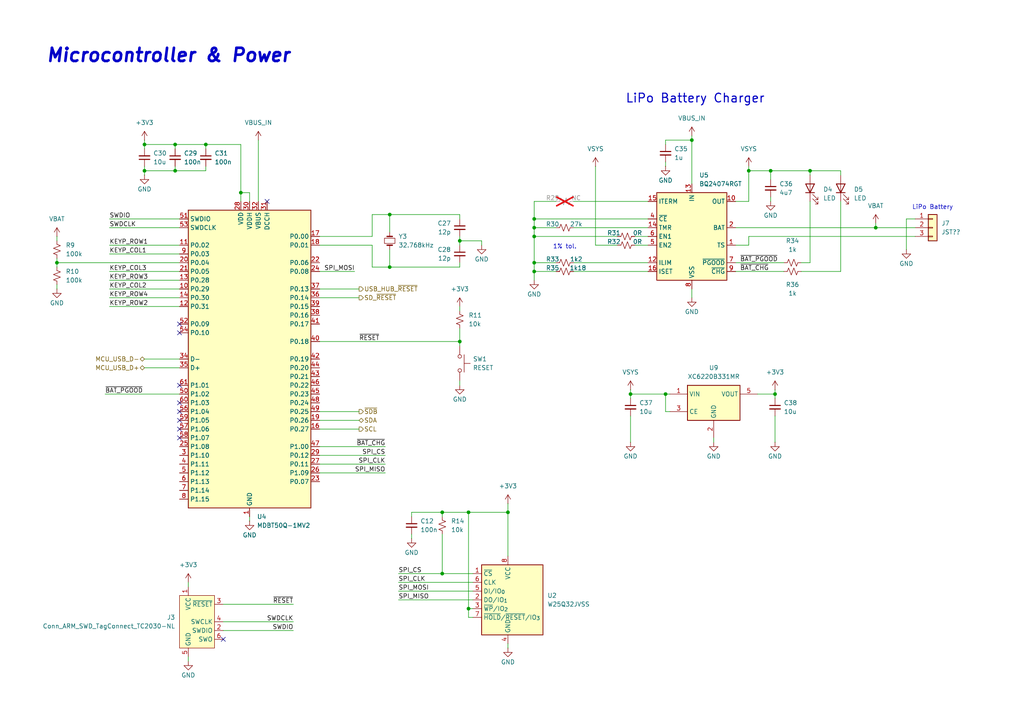
<source format=kicad_sch>
(kicad_sch (version 20250114) (generator "eeschema") (generator_version "9.0")
  (paper "A4")
  (title_block (title "Bluetooth Keypad and USB Hub") (date "2025-12-13") (rev "0") (company "B. Kuhn"))
  (lib_symbols
    (symbol "Battery_Management:BQ24074RGT"
      (property "Reference" "U" (at -8.89 13.97 0))
      (property "Value" "BQ24074RGT" (at 16.51 13.97 0))
      (symbol "BQ24074RGT_0_1"
        (rectangle (start -10.16 12.7) (end 10.16 -12.7) (stroke (width 0.254)) (fill (type background)))
      )
      (symbol "BQ24074RGT_1_1"
        (pin input line (at -12.7 10.16 0) (length 2.54) (name "ITERM") (number "15"))
        (pin input line (at -12.7 5.08 0) (length 2.54) (name "~{CE}") (number "4"))
        (pin input line (at -12.7 2.54 0) (length 2.54) (name "TMR") (number "14"))
        (pin input line (at -12.7 0 0) (length 2.54) (name "EN1") (number "6"))
        (pin input line (at -12.7 -2.54 0) (length 2.54) (name "EN2") (number "5"))
        (pin passive line (at -12.7 -7.62 0) (length 2.54) (name "ILIM") (number "12"))
        (pin passive line (at -12.7 -10.16 0) (length 2.54) (name "ISET") (number "16"))
        (pin power_in line (at 0 15.24 270) (length 2.54) (name "IN") (number "13"))
        (pin passive line (at 0 -15.24 90) (length 2.54) (hide yes) (name "VSS") (number "17"))
        (pin power_in line (at 0 -15.24 90) (length 2.54) (name "VSS") (number "8"))
        (pin power_out line (at 12.7 10.16 180) (length 2.54) (name "OUT") (number "10"))
        (pin passive line (at 12.7 10.16 180) (length 2.54) (hide yes) (name "OUT") (number "11"))
        (pin power_out line (at 12.7 2.54 180) (length 2.54) (name "BAT") (number "2"))
        (pin passive line (at 12.7 2.54 180) (length 2.54) (hide yes) (name "BAT") (number "3"))
        (pin passive line (at 12.7 -2.54 180) (length 2.54) (name "TS") (number "1"))
        (pin open_collector line (at 12.7 -7.62 180) (length 2.54) (name "~{PGOOD}") (number "7"))
        (pin open_collector line (at 12.7 -10.16 180) (length 2.54) (name "~{CHG}") (number "9"))
      )
    )
    (symbol "Connector:Conn_ARM_SWD_TagConnect_TC2030-NL" (in_bom no)
      (property "Reference" "J" (at 2.54 11.43 0))
      (property "Value" "Conn_ARM_SWD_TagConnect_TC2030-NL" (at 2.54 8.89 0))
      (symbol "Conn_ARM_SWD_TagConnect_TC2030-NL_0_0"
        (pin power_in line (at -2.54 10.16 270) (length 2.54) (name "VCC") (number "1"))
        (pin power_in line (at -2.54 -10.16 90) (length 2.54) (name "GND") (number "5"))
        (pin open_collector line (at 7.62 5.08 180) (length 2.54) (name "~{RESET}") (number "3"))
        (pin output line (at 7.62 0 180) (length 2.54) (name "SWCLK") (number "4"))
        (pin bidirectional line (at 7.62 -2.54 180) (length 2.54) (name "SWDIO") (number "2"))
        (pin input line (at 7.62 -5.08 180) (length 2.54) (name "SWO") (number "6"))
      )
      (symbol "Conn_ARM_SWD_TagConnect_TC2030-NL_0_1"
        (rectangle (start -5.08 7.62) (end 5.08 -7.62) (fill (type background)))
      )
    )
    (symbol "Connector_Generic:Conn_01x03" (pin_names (offset 1.016) (hide yes))
      (property "Reference" "J" (at 0 5.08 0))
      (property "Value" "Conn_01x03" (at 0 -5.08 0))
      (symbol "Conn_01x03_1_1"
        (rectangle (start -1.27 3.81) (end 1.27 -3.81) (stroke (width 0.254)) (fill (type background)))
        (rectangle (start -1.27 2.667) (end 0 2.413) (stroke (width 0.1524)))
        (rectangle (start -1.27 0.127) (end 0 -0.127) (stroke (width 0.1524)))
        (rectangle (start -1.27 -2.413) (end 0 -2.667) (stroke (width 0.1524)))
        (pin passive line (at -5.08 2.54 0) (length 3.81) (name "Pin_1") (number "1"))
        (pin passive line (at -5.08 0 0) (length 3.81) (name "Pin_2") (number "2"))
        (pin passive line (at -5.08 -2.54 0) (length 3.81) (name "Pin_3") (number "3"))
      )
    )
    (symbol "Device:C_Small" (pin_numbers (hide yes)) (pin_names (offset 0.254) (hide yes))
      (property "Reference" "C" (at 0.254 1.778 0))
      (property "Value" "C_Small" (at 0.254 -2.032 0))
      (symbol "C_Small_0_1"
        (polyline (pts (xy -1.524 0.508) (xy 1.524 0.508)) (stroke (width 0.3048)))
        (polyline (pts (xy -1.524 -0.508) (xy 1.524 -0.508)) (stroke (width 0.3302)))
      )
      (symbol "C_Small_1_1"
        (pin passive line (at 0 2.54 270) (length 2.032) (name "~") (number "1"))
        (pin passive line (at 0 -2.54 90) (length 2.032) (name "~") (number "2"))
      )
    )
    (symbol "Device:Crystal_Small" (pin_numbers (hide yes)) (pin_names (offset 1.016) (hide yes))
      (property "Reference" "Y" (at 0 2.54 0))
      (property "Value" "Crystal_Small" (at 0 -2.54 0))
      (symbol "Crystal_Small_0_1"
        (polyline (pts (xy -1.27 -0.762) (xy -1.27 0.762)) (stroke (width 0.381)))
        (rectangle (start -0.762 -1.524) (end 0.762 1.524))
        (polyline (pts (xy 1.27 -0.762) (xy 1.27 0.762)) (stroke (width 0.381)))
      )
      (symbol "Crystal_Small_1_1"
        (pin passive line (at -2.54 0 0) (length 1.27) (name "1") (number "1"))
        (pin passive line (at 2.54 0 180) (length 1.27) (name "2") (number "2"))
      )
    )
    (symbol "Device:LED" (pin_numbers (hide yes)) (pin_names (offset 1.016) (hide yes))
      (property "Reference" "D" (at 0 2.54 0))
      (property "Value" "LED" (at 0 -2.54 0))
      (symbol "LED_0_1"
        (polyline (pts (xy -3.048 -0.762) (xy -4.572 -2.286) (xy -3.81 -2.286) (xy -4.572 -2.286) (xy -4.572 -1.524)))
        (polyline (pts (xy -1.778 -0.762) (xy -3.302 -2.286) (xy -2.54 -2.286) (xy -3.302 -2.286) (xy -3.302 -1.524)))
        (polyline (pts (xy -1.27 0) (xy 1.27 0)))
        (polyline (pts (xy -1.27 -1.27) (xy -1.27 1.27)) (stroke (width 0.254)))
        (polyline (pts (xy 1.27 -1.27) (xy 1.27 1.27) (xy -1.27 0) (xy 1.27 -1.27)) (stroke (width 0.254)))
      )
      (symbol "LED_1_1"
        (pin passive line (at -3.81 0 0) (length 2.54) (name "K") (number "1"))
        (pin passive line (at 3.81 0 180) (length 2.54) (name "A") (number "2"))
      )
    )
    (symbol "Device:R_Small_US" (pin_numbers (hide yes)) (pin_names (offset 0.254) (hide yes))
      (property "Reference" "R" (at 0.762 0.508 0))
      (property "Value" "R_Small_US" (at 0.762 -1.016 0))
      (symbol "R_Small_US_1_1"
        (polyline (pts (xy 0 1.524) (xy 1.016 1.143) (xy 0 0.762) (xy -1.016 0.381) (xy 0 0)))
        (polyline (pts (xy 0 0) (xy 1.016 -0.381) (xy 0 -0.762) (xy -1.016 -1.143) (xy 0 -1.524)))
        (pin passive line (at 0 2.54 270) (length 1.016) (name "~") (number "1"))
        (pin passive line (at 0 -2.54 90) (length 1.016) (name "~") (number "2"))
      )
    )
    (symbol "Memory_Flash:W25Q32JVSS"
      (property "Reference" "U" (at -6.35 11.43 0))
      (property "Value" "W25Q32JVSS" (at 7.62 11.43 0))
      (symbol "W25Q32JVSS_0_1"
        (rectangle (start -7.62 10.16) (end 10.16 -10.16) (stroke (width 0.254)) (fill (type background)))
      )
      (symbol "W25Q32JVSS_1_1"
        (pin input line (at -10.16 7.62 0) (length 2.54) (name "~{CS}") (number "1"))
        (pin input line (at -10.16 5.08 0) (length 2.54) (name "CLK") (number "6"))
        (pin bidirectional line (at -10.16 2.54 0) (length 2.54) (name "DI/IO_{0}") (number "5"))
        (pin bidirectional line (at -10.16 0 0) (length 2.54) (name "DO/IO_{1}") (number "2"))
        (pin bidirectional line (at -10.16 -2.54 0) (length 2.54) (name "~{WP}/IO_{2}") (number "3"))
        (pin bidirectional line (at -10.16 -5.08 0) (length 2.54) (name "~{HOLD}/~{RESET}/IO_{3}") (number "7"))
        (pin power_in line (at 0 12.7 270) (length 2.54) (name "VCC") (number "8"))
        (pin power_in line (at 0 -12.7 90) (length 2.54) (name "GND") (number "4"))
      )
    )
    (symbol "RF_Module:MDBT50Q-1MV2"
      (property "Reference" "U" (at 0 0 0))
      (property "Value" "MDBT50Q-1MV2" (at 0 -2.54 0))
      (symbol "MDBT50Q-1MV2_0_1"
        (rectangle (start -17.78 43.18) (end 17.78 -43.18) (stroke (width 0.254)) (fill (type background)))
      )
      (symbol "MDBT50Q-1MV2_1_1"
        (pin bidirectional line (at -20.32 40.64 0) (length 2.54) (name "SWDIO") (number "51"))
        (pin input line (at -20.32 38.1 0) (length 2.54) (name "SWDCLK") (number "53"))
        (pin bidirectional line (at -20.32 33.02 0) (length 2.54) (name "P0.02") (number "11"))
        (pin bidirectional line (at -20.32 30.48 0) (length 2.54) (name "P0.03") (number "9"))
        (pin bidirectional line (at -20.32 27.94 0) (length 2.54) (name "P0.04") (number "20"))
        (pin bidirectional line (at -20.32 25.4 0) (length 2.54) (name "P0.05") (number "21"))
        (pin bidirectional line (at -20.32 22.86 0) (length 2.54) (name "P0.28") (number "13"))
        (pin bidirectional line (at -20.32 20.32 0) (length 2.54) (name "P0.29") (number "10"))
        (pin bidirectional line (at -20.32 17.78 0) (length 2.54) (name "P0.30") (number "14"))
        (pin bidirectional line (at -20.32 15.24 0) (length 2.54) (name "P0.31") (number "12"))
        (pin bidirectional line (at -20.32 10.16 0) (length 2.54) (name "P0.09") (number "52"))
        (pin bidirectional line (at -20.32 7.62 0) (length 2.54) (name "P0.10") (number "54"))
        (pin bidirectional line (at -20.32 0 0) (length 2.54) (name "D-") (number "34"))
        (pin bidirectional line (at -20.32 -2.54 0) (length 2.54) (name "D+") (number "35"))
        (pin bidirectional line (at -20.32 -7.62 0) (length 2.54) (name "P1.01") (number "61"))
        (pin bidirectional line (at -20.32 -10.16 0) (length 2.54) (name "P1.02") (number "50"))
        (pin bidirectional line (at -20.32 -12.7 0) (length 2.54) (name "P1.03") (number "60"))
        (pin bidirectional line (at -20.32 -15.24 0) (length 2.54) (name "P1.04") (number "56"))
        (pin bidirectional line (at -20.32 -17.78 0) (length 2.54) (name "P1.05") (number "59"))
        (pin bidirectional line (at -20.32 -20.32 0) (length 2.54) (name "P1.06") (number "57"))
        (pin bidirectional line (at -20.32 -22.86 0) (length 2.54) (name "P1.07") (number "58"))
        (pin bidirectional line (at -20.32 -25.4 0) (length 2.54) (name "P1.08") (number "25"))
        (pin bidirectional line (at -20.32 -27.94 0) (length 2.54) (name "P1.10") (number "3"))
        (pin bidirectional line (at -20.32 -30.48 0) (length 2.54) (name "P1.11") (number "4"))
        (pin bidirectional line (at -20.32 -33.02 0) (length 2.54) (name "P1.12") (number "5"))
        (pin bidirectional line (at -20.32 -35.56 0) (length 2.54) (name "P1.13") (number "6"))
        (pin bidirectional line (at -20.32 -38.1 0) (length 2.54) (name "P1.14") (number "7"))
        (pin bidirectional line (at -20.32 -40.64 0) (length 2.54) (name "P1.15") (number "8"))
        (pin power_in line (at -2.54 45.72 270) (length 2.54) (name "VDD") (number "28"))
        (pin power_in line (at 0 45.72 270) (length 2.54) (name "VDDH") (number "30"))
        (pin power_in line (at 0 -45.72 90) (length 2.54) (name "GND") (number "1"))
        (pin passive line (at 0 -45.72 90) (length 2.54) (hide yes) (name "GND") (number "15"))
        (pin passive line (at 0 -45.72 90) (length 2.54) (hide yes) (name "GND") (number "2"))
        (pin passive line (at 0 -45.72 90) (length 2.54) (hide yes) (name "GND") (number "33"))
        (pin passive line (at 0 -45.72 90) (length 2.54) (hide yes) (name "GND") (number "55"))
        (pin power_in line (at 2.54 45.72 270) (length 2.54) (name "VBUS") (number "32"))
        (pin power_out line (at 5.08 45.72 270) (length 2.54) (name "DCCH") (number "31"))
        (pin bidirectional line (at 20.32 35.56 180) (length 2.54) (name "P0.00") (number "17"))
        (pin bidirectional line (at 20.32 33.02 180) (length 2.54) (name "P0.01") (number "18"))
        (pin bidirectional line (at 20.32 27.94 180) (length 2.54) (name "P0.06") (number "22"))
        (pin bidirectional line (at 20.32 25.4 180) (length 2.54) (name "P0.08") (number "24"))
        (pin bidirectional line (at 20.32 20.32 180) (length 2.54) (name "P0.13") (number "37"))
        (pin bidirectional line (at 20.32 17.78 180) (length 2.54) (name "P0.14") (number "36"))
        (pin bidirectional line (at 20.32 15.24 180) (length 2.54) (name "P0.15") (number "39"))
        (pin bidirectional line (at 20.32 12.7 180) (length 2.54) (name "P0.16") (number "38"))
        (pin bidirectional line (at 20.32 10.16 180) (length 2.54) (name "P0.17") (number "41"))
        (pin bidirectional line (at 20.32 5.08 180) (length 2.54) (name "P0.18") (number "40"))
        (pin bidirectional line (at 20.32 0 180) (length 2.54) (name "P0.19") (number "42"))
        (pin bidirectional line (at 20.32 -2.54 180) (length 2.54) (name "P0.20") (number "44"))
        (pin bidirectional line (at 20.32 -5.08 180) (length 2.54) (name "P0.21") (number "43"))
        (pin bidirectional line (at 20.32 -7.62 180) (length 2.54) (name "P0.22") (number "46"))
        (pin bidirectional line (at 20.32 -10.16 180) (length 2.54) (name "P0.23") (number "45"))
        (pin bidirectional line (at 20.32 -12.7 180) (length 2.54) (name "P0.24") (number "48"))
        (pin bidirectional line (at 20.32 -15.24 180) (length 2.54) (name "P0.25") (number "49"))
        (pin bidirectional line (at 20.32 -17.78 180) (length 2.54) (name "P0.26") (number "19"))
        (pin bidirectional line (at 20.32 -20.32 180) (length 2.54) (name "P0.27") (number "16"))
        (pin bidirectional line (at 20.32 -25.4 180) (length 2.54) (name "P1.00") (number "47"))
        (pin bidirectional line (at 20.32 -27.94 180) (length 2.54) (name "P0.12") (number "29"))
        (pin bidirectional line (at 20.32 -30.48 180) (length 2.54) (name "P0.11") (number "27"))
        (pin bidirectional line (at 20.32 -33.02 180) (length 2.54) (name "P1.09") (number "26"))
        (pin bidirectional line (at 20.32 -35.56 180) (length 2.54) (name "P0.07") (number "23"))
      )
    )
    (symbol "Regulator_Linear:XC6220B331MR"
      (property "Reference" "U" (at 0 8.89 0))
      (property "Value" "XC6220B331MR" (at 0 6.35 0))
      (symbol "XC6220B331MR_0_1"
        (rectangle (start -7.62 5.08) (end 7.62 -5.08) (stroke (width 0.254)) (fill (type background)))
      )
      (symbol "XC6220B331MR_1_1"
        (pin power_in line (at -12.7 2.54 0) (length 5.08) (name "VIN") (number "1"))
        (pin input line (at -12.7 -2.54 0) (length 5.08) (name "CE") (number "3"))
        (pin power_in line (at 0 -10.16 90) (length 5.08) (name "GND") (number "2"))
        (pin no_connect line (at 7.62 -2.54 180) (length 5.08) (hide yes) (name "NC") (number "4"))
        (pin power_out line (at 12.7 2.54 180) (length 5.08) (name "VOUT") (number "5"))
      )
    )
    (symbol "Switch:SW_Push" (pin_numbers (hide yes)) (pin_names (offset 1.016) (hide yes))
      (property "Reference" "SW" (at 1.27 2.54 0))
      (property "Value" "SW_Push" (at 0 -1.524 0))
      (symbol "SW_Push_0_1"
        (circle (center -2.032 0) (radius 0.508))
        (polyline (pts (xy 0 1.27) (xy 0 3.048)))
        (circle (center 2.032 0) (radius 0.508))
        (polyline (pts (xy 2.54 1.27) (xy -2.54 1.27)))
        (pin passive line (at -5.08 0 0) (length 2.54) (name "1") (number "1"))
        (pin passive line (at 5.08 0 180) (length 2.54) (name "2") (number "2"))
      )
    )
    (symbol "power:+3V3" (power) (pin_numbers (hide yes)) (pin_names (offset 0) (hide yes))
      (property "Value" "+3V3" (at 0 3.556 0))
      (symbol "+3V3_0_1"
        (polyline (pts (xy -0.762 1.27) (xy 0 2.54)))
        (polyline (pts (xy 0 2.54) (xy 0.762 1.27)))
        (polyline (pts (xy 0 0) (xy 0 2.54)))
      )
      (symbol "+3V3_1_1"
        (pin power_in line (at 0 0 90) (length 0) (name "~") (number "1"))
      )
    )
    (symbol "power:GND" (power) (pin_numbers (hide yes)) (pin_names (offset 0) (hide yes))
      (property "Value" "GND" (at 0 -3.81 0))
      (symbol "GND_0_1"
        (polyline (pts (xy 0 0) (xy 0 -1.27) (xy 1.27 -1.27) (xy 0 -2.54) (xy -1.27 -1.27) (xy 0 -1.27)))
      )
      (symbol "GND_1_1"
        (pin power_in line (at 0 0 270) (length 0) (name "~") (number "1"))
      )
    )
  )
  (text "LiPo Battery" (at 270.51 60.198 0) (effects (font (size 1.27 1.27))))
  (text "1% tol." (at 163.83 71.628 0) (effects (font (size 1.27 1.27))))
  (text "Microcontroller & Power" (at 13.208 13.97 0) (effects (font (size 3.81 3.81) (thickness 0.762) (bold yes) (italic yes)) (justify left top)))
  (text "LiPo Battery Charger" (at 181.356 27.178 0) (effects (font (size 2.54 2.54) (thickness 0.3175)) (justify left top)))
  (junction (at 59.69 41.91))
  (junction (at 200.66 40.64))
  (junction (at 133.35 99.06))
  (junction (at 16.51 76.2))
  (junction (at 154.94 63.5))
  (junction (at 154.94 78.74))
  (junction (at 41.91 41.91))
  (junction (at 217.17 49.53))
  (junction (at 182.88 114.3))
  (junction (at 147.32 148.59))
  (junction (at 50.8 49.53))
  (junction (at 254 66.04))
  (junction (at 223.52 49.53))
  (junction (at 224.79 114.3))
  (junction (at 154.94 76.2))
  (junction (at 128.27 148.59))
  (junction (at 50.8 41.91))
  (junction (at 234.95 49.53))
  (junction (at 193.04 114.3))
  (junction (at 135.89 176.53))
  (junction (at 128.27 166.37))
  (junction (at 69.85 55.88))
  (junction (at 133.35 69.85))
  (junction (at 41.91 49.53))
  (junction (at 154.94 68.58))
  (junction (at 113.03 77.47))
  (junction (at 154.94 66.04))
  (junction (at 113.03 62.23))
  (junction (at 135.89 148.59))
  (no_connect (at 52.07 111.76))
  (no_connect (at 52.07 121.92))
  (no_connect (at 52.07 96.52))
  (no_connect (at 52.07 116.84))
  (no_connect (at 52.07 93.98))
  (no_connect (at 64.77 185.42))
  (no_connect (at 52.07 119.38))
  (no_connect (at 77.47 58.42))
  (no_connect (at 52.07 127))
  (no_connect (at 52.07 124.46))
  (wire (pts (xy 254 66.04) (xy 265.43 66.04)))
  (wire (pts (xy 200.66 40.64) (xy 200.66 53.34)))
  (wire (pts (xy 16.51 74.93) (xy 16.51 76.2)))
  (wire (pts (xy 59.69 41.91) (xy 69.85 41.91)))
  (wire (pts (xy 217.17 49.53) (xy 223.52 49.53)))
  (wire (pts (xy 234.95 49.53) (xy 223.52 49.53)))
  (wire (pts (xy 113.03 72.39) (xy 113.03 77.47)))
  (wire (pts (xy 113.03 77.47) (xy 107.95 77.47)))
  (wire (pts (xy 213.36 71.12) (xy 217.17 71.12)))
  (wire (pts (xy 104.14 83.82) (xy 92.71 83.82)))
  (wire (pts (xy 92.71 129.54) (xy 111.76 129.54)))
  (wire (pts (xy 16.51 82.55) (xy 16.51 83.82)))
  (wire (pts (xy 133.35 88.9) (xy 133.35 90.17)))
  (wire (pts (xy 193.04 114.3) (xy 194.31 114.3)))
  (wire (pts (xy 219.71 114.3) (xy 224.79 114.3)))
  (wire (pts (xy 217.17 68.58) (xy 265.43 68.58)))
  (wire (pts (xy 31.75 83.82) (xy 52.07 83.82)))
  (wire (pts (xy 119.38 149.86) (xy 119.38 148.59)))
  (wire (pts (xy 92.71 124.46) (xy 104.14 124.46)))
  (wire (pts (xy 128.27 148.59) (xy 135.89 148.59)))
  (wire (pts (xy 223.52 57.15) (xy 223.52 58.42)))
  (wire (pts (xy 166.37 76.2) (xy 187.96 76.2)))
  (wire (pts (xy 16.51 76.2) (xy 52.07 76.2)))
  (wire (pts (xy 115.57 173.99) (xy 137.16 173.99)))
  (wire (pts (xy 184.15 71.12) (xy 187.96 71.12)))
  (wire (pts (xy 213.36 66.04) (xy 254 66.04)))
  (wire (pts (xy 154.94 78.74) (xy 161.29 78.74)))
  (wire (pts (xy 182.88 114.3) (xy 193.04 114.3)))
  (wire (pts (xy 213.36 58.42) (xy 217.17 58.42)))
  (wire (pts (xy 41.91 104.14) (xy 52.07 104.14)))
  (wire (pts (xy 139.7 71.12) (xy 139.7 69.85)))
  (wire (pts (xy 234.95 50.8) (xy 234.95 49.53)))
  (wire (pts (xy 172.72 71.12) (xy 179.07 71.12)))
  (wire (pts (xy 85.09 180.34) (xy 64.77 180.34)))
  (wire (pts (xy 128.27 166.37) (xy 137.16 166.37)))
  (wire (pts (xy 111.76 132.08) (xy 92.71 132.08)))
  (wire (pts (xy 133.35 68.58) (xy 133.35 69.85)))
  (wire (pts (xy 41.91 49.53) (xy 41.91 50.8)))
  (wire (pts (xy 111.76 137.16) (xy 92.71 137.16)))
  (wire (pts (xy 137.16 179.07) (xy 135.89 179.07)))
  (wire (pts (xy 154.94 68.58) (xy 154.94 76.2)))
  (wire (pts (xy 135.89 148.59) (xy 147.32 148.59)))
  (wire (pts (xy 69.85 55.88) (xy 69.85 58.42)))
  (wire (pts (xy 115.57 166.37) (xy 128.27 166.37)))
  (wire (pts (xy 154.94 58.42) (xy 154.94 63.5)))
  (wire (pts (xy 166.37 58.42) (xy 187.96 58.42)))
  (wire (pts (xy 184.15 68.58) (xy 187.96 68.58)))
  (wire (pts (xy 31.75 71.12) (xy 52.07 71.12)))
  (wire (pts (xy 85.09 182.88) (xy 64.77 182.88)))
  (wire (pts (xy 254 64.77) (xy 254 66.04)))
  (wire (pts (xy 31.75 63.5) (xy 52.07 63.5)))
  (wire (pts (xy 147.32 146.05) (xy 147.32 148.59)))
  (wire (pts (xy 133.35 62.23) (xy 133.35 63.5)))
  (wire (pts (xy 154.94 76.2) (xy 154.94 78.74)))
  (wire (pts (xy 54.61 190.5) (xy 54.61 191.77)))
  (wire (pts (xy 154.94 68.58) (xy 179.07 68.58)))
  (wire (pts (xy 92.71 71.12) (xy 107.95 71.12)))
  (wire (pts (xy 135.89 148.59) (xy 135.89 176.53)))
  (wire (pts (xy 224.79 120.65) (xy 224.79 128.27)))
  (wire (pts (xy 224.79 114.3) (xy 224.79 115.57)))
  (wire (pts (xy 16.51 68.58) (xy 16.51 69.85)))
  (wire (pts (xy 207.01 127) (xy 207.01 128.27)))
  (wire (pts (xy 133.35 69.85) (xy 133.35 71.12)))
  (wire (pts (xy 69.85 41.91) (xy 69.85 55.88)))
  (wire (pts (xy 128.27 148.59) (xy 128.27 149.86)))
  (wire (pts (xy 113.03 77.47) (xy 133.35 77.47)))
  (wire (pts (xy 154.94 63.5) (xy 154.94 66.04)))
  (wire (pts (xy 59.69 48.26) (xy 59.69 49.53)))
  (wire (pts (xy 133.35 110.49) (xy 133.35 111.76)))
  (wire (pts (xy 194.31 119.38) (xy 193.04 119.38)))
  (wire (pts (xy 92.71 119.38) (xy 104.14 119.38)))
  (wire (pts (xy 41.91 48.26) (xy 41.91 49.53)))
  (wire (pts (xy 54.61 168.91) (xy 54.61 170.18)))
  (wire (pts (xy 41.91 106.68) (xy 52.07 106.68)))
  (wire (pts (xy 200.66 83.82) (xy 200.66 86.36)))
  (wire (pts (xy 31.75 88.9) (xy 52.07 88.9)))
  (wire (pts (xy 232.41 76.2) (xy 234.95 76.2)))
  (wire (pts (xy 182.88 113.03) (xy 182.88 114.3)))
  (wire (pts (xy 161.29 58.42) (xy 154.94 58.42)))
  (wire (pts (xy 147.32 186.69) (xy 147.32 187.96)))
  (wire (pts (xy 135.89 176.53) (xy 135.89 179.07)))
  (wire (pts (xy 133.35 99.06) (xy 133.35 100.33)))
  (wire (pts (xy 113.03 62.23) (xy 113.03 67.31)))
  (wire (pts (xy 161.29 66.04) (xy 154.94 66.04)))
  (wire (pts (xy 41.91 41.91) (xy 41.91 43.18)))
  (wire (pts (xy 193.04 46.99) (xy 193.04 48.26)))
  (wire (pts (xy 64.77 175.26) (xy 85.09 175.26)))
  (wire (pts (xy 30.48 114.3) (xy 52.07 114.3)))
  (wire (pts (xy 166.37 66.04) (xy 187.96 66.04)))
  (wire (pts (xy 262.89 63.5) (xy 262.89 72.39)))
  (wire (pts (xy 243.84 49.53) (xy 234.95 49.53)))
  (wire (pts (xy 111.76 134.62) (xy 92.71 134.62)))
  (wire (pts (xy 166.37 78.74) (xy 187.96 78.74)))
  (wire (pts (xy 50.8 48.26) (xy 50.8 49.53)))
  (wire (pts (xy 172.72 48.26) (xy 172.72 71.12)))
  (wire (pts (xy 31.75 66.04) (xy 52.07 66.04)))
  (wire (pts (xy 182.88 120.65) (xy 182.88 128.27)))
  (wire (pts (xy 147.32 148.59) (xy 147.32 161.29)))
  (wire (pts (xy 154.94 66.04) (xy 154.94 68.58)))
  (wire (pts (xy 41.91 40.64) (xy 41.91 41.91)))
  (wire (pts (xy 31.75 73.66) (xy 52.07 73.66)))
  (wire (pts (xy 128.27 154.94) (xy 128.27 166.37)))
  (wire (pts (xy 31.75 78.74) (xy 52.07 78.74)))
  (wire (pts (xy 107.95 68.58) (xy 107.95 62.23)))
  (wire (pts (xy 59.69 43.18) (xy 59.69 41.91)))
  (wire (pts (xy 72.39 55.88) (xy 69.85 55.88)))
  (wire (pts (xy 223.52 49.53) (xy 223.52 52.07)))
  (wire (pts (xy 50.8 41.91) (xy 59.69 41.91)))
  (wire (pts (xy 265.43 63.5) (xy 262.89 63.5)))
  (wire (pts (xy 243.84 78.74) (xy 243.84 58.42)))
  (wire (pts (xy 115.57 168.91) (xy 137.16 168.91)))
  (wire (pts (xy 102.87 78.74) (xy 92.71 78.74)))
  (wire (pts (xy 133.35 69.85) (xy 139.7 69.85)))
  (wire (pts (xy 137.16 176.53) (xy 135.89 176.53)))
  (wire (pts (xy 234.95 76.2) (xy 234.95 58.42)))
  (wire (pts (xy 133.35 95.25) (xy 133.35 99.06)))
  (wire (pts (xy 217.17 48.26) (xy 217.17 49.53)))
  (wire (pts (xy 154.94 78.74) (xy 154.94 81.28)))
  (wire (pts (xy 224.79 113.03) (xy 224.79 114.3)))
  (wire (pts (xy 243.84 50.8) (xy 243.84 49.53)))
  (wire (pts (xy 213.36 78.74) (xy 227.33 78.74)))
  (wire (pts (xy 213.36 76.2) (xy 227.33 76.2)))
  (wire (pts (xy 72.39 58.42) (xy 72.39 55.88)))
  (wire (pts (xy 154.94 76.2) (xy 161.29 76.2)))
  (wire (pts (xy 74.93 40.64) (xy 74.93 58.42)))
  (wire (pts (xy 72.39 149.86) (xy 72.39 151.13)))
  (wire (pts (xy 193.04 119.38) (xy 193.04 114.3)))
  (wire (pts (xy 119.38 148.59) (xy 128.27 148.59)))
  (wire (pts (xy 31.75 86.36) (xy 52.07 86.36)))
  (wire (pts (xy 41.91 49.53) (xy 50.8 49.53)))
  (wire (pts (xy 50.8 49.53) (xy 59.69 49.53)))
  (wire (pts (xy 217.17 71.12) (xy 217.17 68.58)))
  (wire (pts (xy 119.38 154.94) (xy 119.38 156.21)))
  (wire (pts (xy 92.71 68.58) (xy 107.95 68.58)))
  (wire (pts (xy 107.95 77.47) (xy 107.95 71.12)))
  (wire (pts (xy 217.17 58.42) (xy 217.17 49.53)))
  (wire (pts (xy 107.95 62.23) (xy 113.03 62.23)))
  (wire (pts (xy 92.71 99.06) (xy 133.35 99.06)))
  (wire (pts (xy 154.94 63.5) (xy 187.96 63.5)))
  (wire (pts (xy 113.03 62.23) (xy 133.35 62.23)))
  (wire (pts (xy 200.66 39.37) (xy 200.66 40.64)))
  (wire (pts (xy 92.71 121.92) (xy 104.14 121.92)))
  (wire (pts (xy 232.41 78.74) (xy 243.84 78.74)))
  (wire (pts (xy 92.71 86.36) (xy 104.14 86.36)))
  (wire (pts (xy 50.8 41.91) (xy 41.91 41.91)))
  (wire (pts (xy 182.88 115.57) (xy 182.88 114.3)))
  (wire (pts (xy 133.35 76.2) (xy 133.35 77.47)))
  (wire (pts (xy 31.75 81.28) (xy 52.07 81.28)))
  (wire (pts (xy 193.04 40.64) (xy 200.66 40.64)))
  (wire (pts (xy 16.51 76.2) (xy 16.51 77.47)))
  (wire (pts (xy 115.57 171.45) (xy 137.16 171.45)))
  (wire (pts (xy 193.04 41.91) (xy 193.04 40.64)))
  (wire (pts (xy 50.8 41.91) (xy 50.8 43.18)))
  (label "SPI_CS" (at 111.76 132.08 180))
  (label "SPI_MOSI" (at 115.57 171.45 0))
  (label "SWDIO" (at 31.75 63.5 0))
  (label "KEYP_COL1" (at 31.75 73.66 0))
  (label "SPI_CS" (at 115.57 166.37 0))
  (label "KEYP_ROW4" (at 31.75 86.36 0))
  (label "~{RESET}" (at 104.14 99.06 0))
  (label "~{BAT_CHG}" (at 111.76 129.54 180))
  (label "SWDCLK" (at 85.09 180.34 180))
  (label "SWDIO" (at 85.09 182.88 180))
  (label "~{BAT_PGOOD}" (at 214.63 76.2 0))
  (label "~{RESET}" (at 85.09 175.26 180))
  (label "SPI_CLK" (at 111.76 134.62 180))
  (label "KEYP_ROW1" (at 31.75 71.12 0))
  (label "KEYP_COL3" (at 31.75 78.74 0))
  (label "~{BAT_CHG}" (at 214.63 78.74 0))
  (label "SPI_MISO" (at 111.76 137.16 180))
  (label "SPI_MOSI" (at 102.87 78.74 180))
  (label "SPI_CLK" (at 115.57 168.91 0))
  (label "SPI_MISO" (at 115.57 173.99 0))
  (label "SWDCLK" (at 31.75 66.04 0))
  (label "KEYP_COL2" (at 31.75 83.82 0))
  (label "KEYP_ROW3" (at 31.75 81.28 0))
  (label "KEYP_ROW2" (at 31.75 88.9 0))
  (label "~{BAT_PGOOD}" (at 30.48 114.3 0))
  (hierarchical_label "SCL" (shape output) (at 104.14 124.46 0))
  (hierarchical_label "~{SDB}" (shape output) (at 104.14 119.38 0))
  (hierarchical_label "SDA" (shape bidirectional) (at 104.14 121.92 0))
  (hierarchical_label "USB_HUB_~{RESET}" (shape output) (at 104.14 83.82 0))
  (hierarchical_label "MCU_USB_D-" (shape bidirectional) (at 41.91 104.14 180))
  (hierarchical_label "MCU_USB_D+" (shape bidirectional) (at 41.91 106.68 180))
  (hierarchical_label "SD_~{RESET}" (shape output) (at 104.14 86.36 0))
  (symbol (lib_id "Device:C_Small") (at 223.52 54.61 0) (unit 1)
    (property "Reference" "C36" (at 226.06 53.3462 0) (effects (justify left)))
    (property "Value" "4u7" (at 226.06 55.8862 0) (effects (justify left)))
    (property "Description" "Unpolarized capacitor, small symbol" (effects (hide yes)))
  )
  (symbol (lib_id "power:GND") (at 224.79 128.27 0) (unit 1)
    (property "Reference" "#PWR077" (effects (hide yes)))
    (property "Value" "GND" (at 224.79 132.334 0))
    (property "Description" "Power symbol creates a global label with name \"GND\" , ground" (effects (hide yes)))
  )
  (symbol (lib_id "Device:R_Small_US") (at 163.83 58.42 270) (unit 1) (in_bom no) (dnp yes)
    (property "Reference" "R29" (at 160.274 57.404 90))
    (property "Value" "NC" (at 167.132 57.404 90))
    (property "Description" "Resistor, small US symbol" (effects (hide yes)))
  )
  (symbol (lib_id "Memory_Flash:W25Q32JVSS") (at 147.32 173.99 0) (unit 1)
    (property "Reference" "U2" (at 158.75 172.7199 0) (effects (justify left)))
    (property "Value" "W25Q32JVSS" (at 158.75 175.2599 0) (effects (justify left)))
    (property "Footprint" "Package_SO:SOIC-8_5.3x5.3mm_P1.27mm" (effects (hide yes)))
    (property "Datasheet" "http://www.winbond.com/resource-files/w25q32jv%20revg%2003272018%20plus.pdf" (effects (hide yes)))
    (property "Description" "32Mbit / 4MiB Serial Flash Memory, Standard/Dual/Quad SPI, 2.7-3.6V, SOIC-8 (208 mil)" (effects (hide yes)))
  )
  (symbol (lib_id "power:GND") (at 223.52 58.42 0) (unit 1)
    (property "Reference" "#PWR069" (effects (hide yes)))
    (property "Value" "GND" (at 223.52 62.484 0))
    (property "Description" "Power symbol creates a global label with name \"GND\" , ground" (effects (hide yes)))
  )
  (symbol (lib_id "Device:R_Small_US") (at 133.35 92.71 180) (unit 1)
    (property "Reference" "R11" (at 135.89 91.4399 0) (effects (justify right)))
    (property "Value" "10k" (at 135.89 93.9799 0) (effects (justify right)))
    (property "Description" "Resistor, small US symbol" (effects (hide yes)))
  )
  (symbol (lib_id "power:GND") (at 147.32 187.96 0) (unit 1)
    (property "Reference" "#PWR059" (effects (hide yes)))
    (property "Value" "GND" (at 147.32 192.024 0))
    (property "Description" "Power symbol creates a global label with name \"GND\" , ground" (effects (hide yes)))
  )
  (symbol (lib_id "power:GND") (at 207.01 128.27 0) (unit 1)
    (property "Reference" "#PWR076" (effects (hide yes)))
    (property "Value" "GND" (at 207.01 132.334 0))
    (property "Description" "Power symbol creates a global label with name \"GND\" , ground" (effects (hide yes)))
  )
  (symbol (lib_id "power:GND") (at 119.38 156.21 0) (unit 1)
    (property "Reference" "#PWR055" (effects (hide yes)))
    (property "Value" "GND" (at 119.38 160.274 0))
    (property "Description" "Power symbol creates a global label with name \"GND\" , ground" (effects (hide yes)))
  )
  (symbol (lib_id "power:GND") (at 54.61 191.77 0) (unit 1)
    (property "Reference" "#PWR064" (effects (hide yes)))
    (property "Value" "GND" (at 54.61 195.834 0))
    (property "Description" "Power symbol creates a global label with name \"GND\" , ground" (effects (hide yes)))
  )
  (symbol (lib_id "power:+3V3") (at 200.66 39.37 0) (unit 1)
    (property "Reference" "#PWR065" (effects (hide yes)))
    (property "Value" "VBUS_IN" (at 200.66 34.29 0))
    (property "Description" "Power symbol creates a global label with name \"+3V3\"" (effects (hide yes)))
  )
  (symbol (lib_id "Device:R_Small_US") (at 229.87 76.2 90) (unit 1)
    (property "Reference" "R34" (at 229.87 69.85 90))
    (property "Value" "1k" (at 229.87 72.39 90))
    (property "Description" "Resistor, small US symbol" (effects (hide yes)))
  )
  (symbol (lib_id "power:+3V3") (at 41.91 40.64 0) (unit 1)
    (property "Reference" "#PWR053" (effects (hide yes)))
    (property "Value" "+3V3" (at 41.91 35.56 0))
    (property "Description" "Power symbol creates a global label with name \"+3V3\"" (effects (hide yes)))
  )
  (symbol (lib_id "Device:C_Small") (at 133.35 66.04 0) (unit 1)
    (property "Reference" "C27" (at 130.81 64.7762 0) (effects (justify right)))
    (property "Value" "12p" (at 130.81 67.3162 0) (effects (justify right)))
    (property "Description" "Unpolarized capacitor, small symbol" (effects (hide yes)))
  )
  (symbol (lib_id "Device:Crystal_Small") (at 113.03 69.85 90) (unit 1)
    (property "Reference" "Y3" (at 115.57 68.5799 90) (effects (justify right)))
    (property "Value" "32.768kHz" (at 115.57 71.1199 90) (effects (justify right)))
    (property "Description" "Two pin crystal, small symbol" (effects (hide yes)))
  )
  (symbol (lib_id "Device:R_Small_US") (at 181.61 71.12 270) (unit 1)
    (property "Reference" "R32" (at 178.054 70.104 90))
    (property "Value" "0R" (at 184.912 70.104 90))
    (property "Description" "Resistor, small US symbol" (effects (hide yes)))
  )
  (symbol (lib_id "power:+3V3") (at 133.35 88.9 0) (unit 1)
    (property "Reference" "#PWR022" (effects (hide yes)))
    (property "Value" "+3V3" (at 133.35 83.82 0))
    (property "Description" "Power symbol creates a global label with name \"+3V3\"" (effects (hide yes)))
  )
  (symbol (lib_id "Device:C_Small") (at 50.8 45.72 0) (unit 1)
    (property "Reference" "C29" (at 53.34 44.4562 0) (effects (justify left)))
    (property "Value" "100n" (at 53.34 46.9962 0) (effects (justify left)))
    (property "Description" "Unpolarized capacitor, small symbol" (effects (hide yes)))
  )
  (symbol (lib_id "Device:LED") (at 234.95 54.61 90) (unit 1)
    (property "Reference" "D4" (at 238.76 54.9274 90) (effects (justify right)))
    (property "Value" "LED" (at 238.76 57.4674 90) (effects (justify right)))
    (property "Description" "Light emitting diode" (effects (hide yes)))
    (property "Sim.Pins" "1=K 2=A" (effects (hide yes)))
  )
  (symbol (lib_id "power:+3V3") (at 254 64.77 0) (unit 1)
    (property "Reference" "#PWR019" (effects (hide yes)))
    (property "Value" "VBAT" (at 254 59.69 0))
    (property "Description" "Power symbol creates a global label with name \"+3V3\"" (effects (hide yes)))
  )
  (symbol (lib_id "Device:C_Small") (at 133.35 73.66 0) (unit 1)
    (property "Reference" "C28" (at 130.81 72.3962 0) (effects (justify right)))
    (property "Value" "12p" (at 130.81 74.9362 0) (effects (justify right)))
    (property "Description" "Unpolarized capacitor, small symbol" (effects (hide yes)))
  )
  (symbol (lib_id "Switch:SW_Push") (at 133.35 105.41 270) (unit 1)
    (property "Reference" "SW1" (at 137.16 104.1399 90) (effects (justify left)))
    (property "Value" "RESET" (at 137.16 106.6799 90) (effects (justify left)))
    (property "Footprint" "Button_Switch_THT:SW_PUSH_6mm" (effects (hide yes)))
    (property "Description" "Push button switch, generic, two pins" (effects (hide yes)))
  )
  (symbol (lib_id "Regulator_Linear:XC6220B331MR") (at 207.01 116.84 0) (unit 1)
    (property "Reference" "U9" (at 207.01 106.68 0))
    (property "Value" "XC6220B331MR" (at 207.01 109.22 0))
    (property "Footprint" "Package_TO_SOT_SMD:SOT-23-5" (effects (hide yes)))
    (property "Datasheet" "https://www.torexsemi.com/file/xc6220/XC6220.pdf" (effects (hide yes)))
    (property "Description" "1A, Low Drop-out Voltage Regulator, Fixed Output 3.3V, SOT-23-5" (effects (hide yes)))
  )
  (symbol (lib_id "Device:R_Small_US") (at 163.83 78.74 270) (unit 1)
    (property "Reference" "R35" (at 160.274 77.724 90))
    (property "Value" "1k18" (at 167.64 77.724 90))
    (property "Description" "Resistor, small US symbol" (effects (hide yes)))
  )
  (symbol (lib_id "power:GND") (at 193.04 48.26 0) (unit 1)
    (property "Reference" "#PWR067" (effects (hide yes)))
    (property "Value" "GND" (at 193.04 52.324 0))
    (property "Description" "Power symbol creates a global label with name \"GND\" , ground" (effects (hide yes)))
  )
  (symbol (lib_id "power:+3V3") (at 224.79 113.03 0) (unit 1)
    (property "Reference" "#PWR074" (effects (hide yes)))
    (property "Value" "+3V3" (at 224.79 107.95 0))
    (property "Description" "Power symbol creates a global label with name \"+3V3\"" (effects (hide yes)))
  )
  (symbol (lib_id "Connector:Conn_ARM_SWD_TagConnect_TC2030-NL") (at 57.15 180.34 0) (unit 1) (in_bom no)
    (property "Reference" "J3" (at 50.8 179.0699 0) (effects (justify right)))
    (property "Value" "Conn_ARM_SWD_TagConnect_TC2030-NL" (at 50.8 181.6099 0) (effects (justify right)))
    (property "Footprint" "Connector:Tag-Connect_TC2030-IDC-NL_2x03_P1.27mm_Vertical" (effects (hide yes)))
    (property "Datasheet" "https://www.tag-connect.com/wp-content/uploads/bsk-pdf-manager/TC2030-CTX_1.pdf" (effects (hide yes)))
    (property "Description" "Tag-Connect ARM Cortex SWD JTAG connector, 6 pin, no legs" (effects (hide yes)))
  )
  (symbol (lib_id "power:+3V3") (at 147.32 146.05 0) (unit 1)
    (property "Reference" "#PWR050" (effects (hide yes)))
    (property "Value" "+3V3" (at 147.32 140.97 0))
    (property "Description" "Power symbol creates a global label with name \"+3V3\"" (effects (hide yes)))
  )
  (symbol (lib_id "Device:C_Small") (at 224.79 118.11 0) (unit 1)
    (property "Reference" "C38" (at 227.33 116.8462 0) (effects (justify left)))
    (property "Value" "10u" (at 227.33 119.3862 0) (effects (justify left)))
    (property "Description" "Unpolarized capacitor, small symbol" (effects (hide yes)))
  )
  (symbol (lib_id "Connector_Generic:Conn_01x03") (at 270.51 66.04 0) (unit 1)
    (property "Reference" "J7" (at 273.05 64.7699 0) (effects (justify left)))
    (property "Value" "JST??" (at 273.05 67.3099 0) (effects (justify left)))
    (property "Description" "Generic connector, single row, 01x03, script generated (kicad-library-utils/schlib/autogen/connector/)" (effects (hide yes)))
  )
  (symbol (lib_id "power:GND") (at 41.91 50.8 0) (unit 1)
    (property "Reference" "#PWR054" (effects (hide yes)))
    (property "Value" "GND" (at 41.91 54.864 0))
    (property "Description" "Power symbol creates a global label with name \"GND\" , ground" (effects (hide yes)))
  )
  (symbol (lib_id "power:+3V3") (at 74.93 40.64 0) (unit 1)
    (property "Reference" "#PWR034" (effects (hide yes)))
    (property "Value" "VBUS_IN" (at 74.93 35.56 0))
    (property "Description" "Power symbol creates a global label with name \"+3V3\"" (effects (hide yes)))
  )
  (symbol (lib_id "power:GND") (at 182.88 128.27 0) (unit 1)
    (property "Reference" "#PWR075" (effects (hide yes)))
    (property "Value" "GND" (at 182.88 132.334 0))
    (property "Description" "Power symbol creates a global label with name \"GND\" , ground" (effects (hide yes)))
  )
  (symbol (lib_id "RF_Module:MDBT50Q-1MV2") (at 72.39 104.14 0) (unit 1)
    (property "Reference" "U4" (at 74.5333 149.86 0) (effects (justify left)))
    (property "Value" "MDBT50Q-1MV2" (at 74.5333 152.4 0) (effects (justify left)))
    (property "Footprint" "RF_Module:Raytac_MDBT50Q" (effects (hide yes)))
    (property "Datasheet" "https://www.raytac.com/download/index.php?index_id=43" (effects (hide yes)))
    (property "Description" "Multiprotocol BLE/ANT/2.4 GHz/802.15.4 Cortex-M4F SoC, nRF52840 module" (effects (hide yes)))
  )
  (symbol (lib_id "power:+3V3") (at 217.17 48.26 0) (unit 1)
    (property "Reference" "#PWR068" (effects (hide yes)))
    (property "Value" "VSYS" (at 217.17 43.18 0))
    (property "Description" "Power symbol creates a global label with name \"+3V3\"" (effects (hide yes)))
  )
  (symbol (lib_id "power:+3V3") (at 172.72 48.26 0) (unit 1)
    (property "Reference" "#PWR066" (effects (hide yes)))
    (property "Value" "VSYS" (at 172.72 43.18 0))
    (property "Description" "Power symbol creates a global label with name \"+3V3\"" (effects (hide yes)))
  )
  (symbol (lib_id "Battery_Management:BQ24074RGT") (at 200.66 68.58 0) (unit 1)
    (property "Reference" "U5" (at 202.8033 50.8 0) (effects (justify left)))
    (property "Value" "BQ24074RGT" (at 202.8033 53.34 0) (effects (justify left)))
    (property "Footprint" "Package_DFN_QFN:VQFN-16-1EP_3x3mm_P0.5mm_EP1.6x1.6mm" (effects (hide yes)))
    (property "Datasheet" "http://www.ti.com/lit/ds/symlink/bq24074.pdf" (effects (hide yes)))
    (property "Description" "USB-Friendly Li-Ion Battery Charger and Power-Path Management, VQFN-16" (effects (hide yes)))
  )
  (symbol (lib_id "power:GND") (at 154.94 81.28 0) (unit 1)
    (property "Reference" "#PWR071" (effects (hide yes)))
    (property "Value" "GND" (at 154.94 85.344 0))
    (property "Description" "Power symbol creates a global label with name \"GND\" , ground" (effects (hide yes)))
  )
  (symbol (lib_id "power:GND") (at 200.66 86.36 0) (unit 1)
    (property "Reference" "#PWR072" (effects (hide yes)))
    (property "Value" "GND" (at 200.66 90.424 0))
    (property "Description" "Power symbol creates a global label with name \"GND\" , ground" (effects (hide yes)))
  )
  (symbol (lib_id "power:+3V3") (at 182.88 113.03 0) (unit 1)
    (property "Reference" "#PWR073" (effects (hide yes)))
    (property "Value" "VSYS" (at 182.88 107.95 0))
    (property "Description" "Power symbol creates a global label with name \"+3V3\"" (effects (hide yes)))
  )
  (symbol (lib_id "Device:C_Small") (at 119.38 152.4 0) (unit 1)
    (property "Reference" "C12" (at 121.92 151.1362 0) (effects (justify left)))
    (property "Value" "100n" (at 121.92 153.6762 0) (effects (justify left)))
    (property "Description" "Unpolarized capacitor, small symbol" (effects (hide yes)))
  )
  (symbol (lib_id "Device:R_Small_US") (at 16.51 80.01 0) (unit 1)
    (property "Reference" "R10" (at 19.05 78.7399 0) (effects (justify left)))
    (property "Value" "100k" (at 19.05 81.2799 0) (effects (justify left)))
    (property "Description" "Resistor, small US symbol" (effects (hide yes)))
  )
  (symbol (lib_id "power:GND") (at 262.89 72.39 0) (unit 1)
    (property "Reference" "#PWR070" (effects (hide yes)))
    (property "Value" "GND" (at 262.89 76.454 0))
    (property "Description" "Power symbol creates a global label with name \"GND\" , ground" (effects (hide yes)))
  )
  (symbol (lib_id "Device:R_Small_US") (at 181.61 68.58 270) (unit 1)
    (property "Reference" "R31" (at 178.054 67.564 90))
    (property "Value" "0R" (at 184.912 67.564 90))
    (property "Description" "Resistor, small US symbol" (effects (hide yes)))
  )
  (symbol (lib_id "power:+3V3") (at 16.51 68.58 0) (unit 1)
    (property "Reference" "#PWR020" (effects (hide yes)))
    (property "Value" "VBAT" (at 16.51 63.5 0))
    (property "Description" "Power symbol creates a global label with name \"+3V3\"" (effects (hide yes)))
  )
  (symbol (lib_id "Device:R_Small_US") (at 229.87 78.74 90) (unit 1)
    (property "Reference" "R36" (at 229.87 82.55 90))
    (property "Value" "1k" (at 229.87 85.09 90))
    (property "Description" "Resistor, small US symbol" (effects (hide yes)))
  )
  (symbol (lib_id "Device:C_Small") (at 59.69 45.72 0) (unit 1)
    (property "Reference" "C31" (at 62.23 44.4562 0) (effects (justify left)))
    (property "Value" "100n" (at 62.23 46.9962 0) (effects (justify left)))
    (property "Description" "Unpolarized capacitor, small symbol" (effects (hide yes)))
  )
  (symbol (lib_id "Device:LED") (at 243.84 54.61 90) (unit 1)
    (property "Reference" "D5" (at 247.65 54.9274 90) (effects (justify right)))
    (property "Value" "LED" (at 247.65 57.4674 90) (effects (justify right)))
    (property "Description" "Light emitting diode" (effects (hide yes)))
    (property "Sim.Pins" "1=K 2=A" (effects (hide yes)))
  )
  (symbol (lib_id "Device:C_Small") (at 41.91 45.72 180) (unit 1)
    (property "Reference" "C30" (at 44.45 44.4435 0) (effects (justify right)))
    (property "Value" "10u" (at 44.45 46.9835 0) (effects (justify right)))
    (property "Description" "Unpolarized capacitor, small symbol" (effects (hide yes)))
  )
  (symbol (lib_id "Device:R_Small_US") (at 163.83 76.2 270) (unit 1)
    (property "Reference" "R33" (at 160.274 75.184 90))
    (property "Value" "1k2" (at 167.132 75.184 90))
    (property "Description" "Resistor, small US symbol" (effects (hide yes)))
  )
  (symbol (lib_id "Device:C_Small") (at 193.04 44.45 0) (unit 1)
    (property "Reference" "C35" (at 195.58 43.1862 0) (effects (justify left)))
    (property "Value" "1u" (at 195.58 45.7262 0) (effects (justify left)))
    (property "Description" "Unpolarized capacitor, small symbol" (effects (hide yes)))
  )
  (symbol (lib_id "power:GND") (at 16.51 83.82 0) (unit 1)
    (property "Reference" "#PWR018" (effects (hide yes)))
    (property "Value" "GND" (at 16.51 87.884 0))
    (property "Description" "Power symbol creates a global label with name \"GND\" , ground" (effects (hide yes)))
  )
  (symbol (lib_id "power:GND") (at 133.35 111.76 0) (unit 1)
    (property "Reference" "#PWR021" (effects (hide yes)))
    (property "Value" "GND" (at 133.35 115.824 0))
    (property "Description" "Power symbol creates a global label with name \"GND\" , ground" (effects (hide yes)))
  )
  (symbol (lib_id "Device:R_Small_US") (at 16.51 72.39 0) (unit 1)
    (property "Reference" "R9" (at 19.05 71.1199 0) (effects (justify left)))
    (property "Value" "100k" (at 19.05 73.6599 0) (effects (justify left)))
    (property "Description" "Resistor, small US symbol" (effects (hide yes)))
  )
  (symbol (lib_id "Device:R_Small_US") (at 163.83 66.04 270) (unit 1)
    (property "Reference" "R30" (at 160.274 65.024 90))
    (property "Value" "27k" (at 167.132 65.024 90))
    (property "Description" "Resistor, small US symbol" (effects (hide yes)))
  )
  (symbol (lib_id "power:GND") (at 139.7 71.12 0) (unit 1)
    (property "Reference" "#PWR052" (effects (hide yes)))
    (property "Value" "GND" (at 139.7 75.184 0))
    (property "Description" "Power symbol creates a global label with name \"GND\" , ground" (effects (hide yes)))
  )
  (symbol (lib_id "power:GND") (at 72.39 151.13 0) (unit 1)
    (property "Reference" "#PWR063" (effects (hide yes)))
    (property "Value" "GND" (at 72.39 155.194 0))
    (property "Description" "Power symbol creates a global label with name \"GND\" , ground" (effects (hide yes)))
  )
  (symbol (lib_id "power:+3V3") (at 54.61 168.91 0) (unit 1)
    (property "Reference" "#PWR062" (effects (hide yes)))
    (property "Value" "+3V3" (at 54.61 163.83 0))
    (property "Description" "Power symbol creates a global label with name \"+3V3\"" (effects (hide yes)))
  )
  (symbol (lib_id "Device:R_Small_US") (at 128.27 152.4 180) (unit 1)
    (property "Reference" "R14" (at 130.81 151.1299 0) (effects (justify right)))
    (property "Value" "10k" (at 130.81 153.6699 0) (effects (justify right)))
    (property "Description" "Resistor, small US symbol" (effects (hide yes)))
  )
  (symbol (lib_id "Device:C_Small") (at 182.88 118.11 0) (unit 1)
    (property "Reference" "C37" (at 185.42 116.8462 0) (effects (justify left)))
    (property "Value" "10u" (at 185.42 119.3862 0) (effects (justify left)))
    (property "Description" "Unpolarized capacitor, small symbol" (effects (hide yes)))
  )
)
</source>
